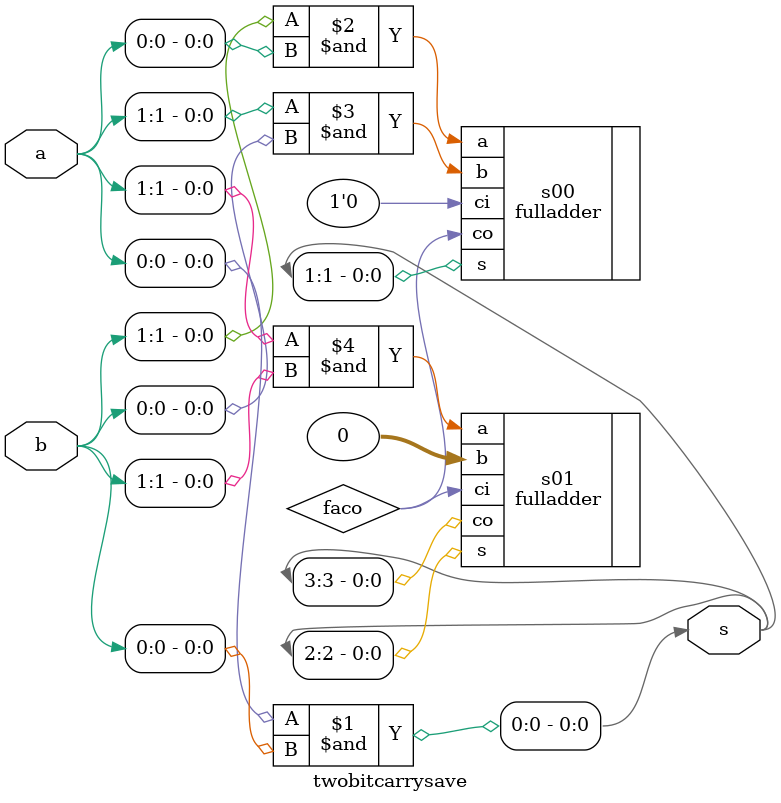
<source format=v>


module twobitcarrysave(
		input  [1:0] a,
		input  [1:0] b,
		output [3:0] s
	);

	assign s[0] = a[0]&b[0];
	wire faco;

	fulladder s00 (
		.a(b[1]&a[0]),
		.b(a[1]&b[0]),
		.ci(1'b0),
		.co(faco),
		.s(s[1])	
	);

	fulladder s01(
		.a(a[1]&b[1]),
		.b(0),
		.ci(faco),
		.co(s[3]),
		.s(s[2])
	);


endmodule



</source>
